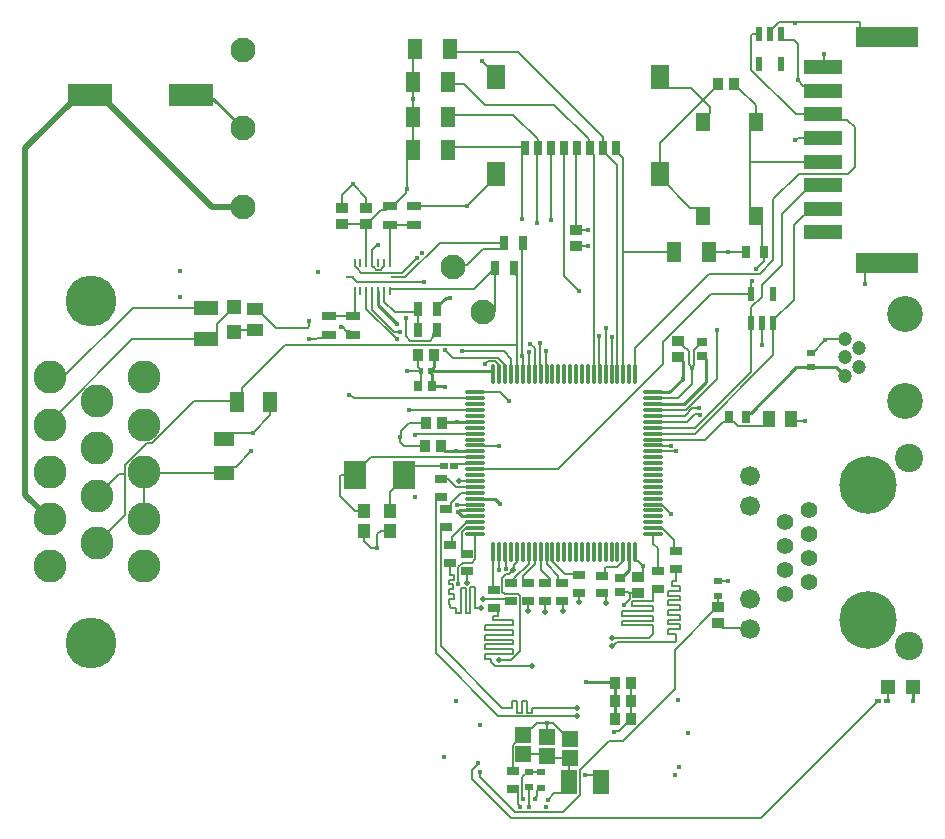
<source format=gtl>
G04*
G04 #@! TF.GenerationSoftware,Altium Limited,Altium Designer,23.5.1 (21)*
G04*
G04 Layer_Physical_Order=1*
G04 Layer_Color=255*
%FSLAX25Y25*%
%MOIN*%
G70*
G04*
G04 #@! TF.SameCoordinates,80D67788-F2EE-4A8B-BDA7-D5AA6EA99E9C*
G04*
G04*
G04 #@! TF.FilePolarity,Positive*
G04*
G01*
G75*
%ADD10C,0.00984*%
%ADD17C,0.01000*%
%ADD19R,0.03937X0.02953*%
%ADD20R,0.02985X0.03197*%
%ADD21O,0.07087X0.01181*%
%ADD22O,0.01181X0.07087*%
%ADD23R,0.03543X0.03937*%
%ADD24R,0.01575X0.01968*%
%ADD25R,0.03937X0.03543*%
%ADD26R,0.03150X0.04921*%
%ADD27R,0.04921X0.03150*%
%ADD28R,0.00984X0.02657*%
%ADD29R,0.02657X0.00984*%
%ADD30R,0.05315X0.03937*%
%ADD31R,0.08000X0.04500*%
%ADD32R,0.04724X0.04724*%
%ADD33R,0.06922X0.04551*%
%ADD34R,0.04551X0.06922*%
%ADD35R,0.07480X0.09449*%
%ADD36R,0.04331X0.04921*%
%ADD37R,0.02559X0.02362*%
%ADD38R,0.05591X0.08386*%
%ADD39R,0.05709X0.05315*%
%ADD40R,0.02165X0.01772*%
%ADD41R,0.04724X0.04724*%
%ADD42R,0.04134X0.03543*%
%ADD43R,0.03543X0.02953*%
%ADD44R,0.03963X0.05544*%
%ADD45R,0.02362X0.04528*%
%ADD46R,0.04528X0.07087*%
%ADD47R,0.03150X0.03937*%
%ADD48R,0.20866X0.06693*%
%ADD49R,0.12598X0.04724*%
%ADD50R,0.05118X0.06102*%
%ADD51R,0.03150X0.04724*%
%ADD52R,0.05906X0.07874*%
%ADD53R,0.14961X0.07677*%
%ADD54R,0.03150X0.02362*%
%ADD71R,0.03150X0.02165*%
%ADD89C,0.01968*%
%ADD90C,0.00600*%
%ADD91C,0.11024*%
%ADD92C,0.16929*%
%ADD93C,0.08268*%
%ADD94C,0.05512*%
%ADD95C,0.06614*%
%ADD96C,0.09449*%
%ADD97C,0.19193*%
%ADD98C,0.11957*%
%ADD99C,0.04724*%
%ADD100C,0.01772*%
%ADD101C,0.02000*%
D10*
X159898Y471500D02*
X166000D01*
X158563Y472835D02*
X159898Y471500D01*
X166000D02*
X175800Y461700D01*
X156511Y470783D02*
X158563Y472835D01*
D17*
X245629Y353937D02*
X253276D01*
X245435Y354132D02*
X245629Y353937D01*
X247345Y363745D02*
X253241D01*
X247300Y363700D02*
X247345Y363745D01*
X242558Y363700D02*
X247300D01*
X312724Y373622D02*
X318022D01*
X304654Y314421D02*
Y320276D01*
X301995Y311762D02*
X304654Y314421D01*
X238375Y380700D02*
X259294D01*
X248161Y334252D02*
X253276D01*
Y338189D02*
X259873D01*
X330272Y376933D02*
Y384661D01*
X329000Y385638D02*
X329295D01*
X330272Y384661D01*
X248882Y332318D02*
X253241D01*
X247414Y333786D02*
X248882Y332318D01*
X253241Y363745D02*
X253276Y363779D01*
X259294Y380700D02*
X259378Y380616D01*
Y379724D02*
Y380616D01*
X253241Y332318D02*
X253276Y332283D01*
X312724Y369685D02*
X323024D01*
X330272Y376933D01*
X247414Y333786D02*
Y333800D01*
X259873Y338189D02*
X261561Y336500D01*
X247709Y333800D02*
X248161Y334252D01*
X247500Y333800D02*
X247709D01*
X301700Y311762D02*
X301995D01*
X322600Y378200D02*
X322600D01*
X318022Y373622D02*
X322600Y378200D01*
X241858Y355403D02*
Y355600D01*
Y355403D02*
X243129Y354132D01*
X245435D01*
X242357Y363500D02*
X242558Y363700D01*
X399100Y275336D02*
X399164Y275400D01*
X399100Y270700D02*
Y275336D01*
X299743Y277100D02*
X299942Y276900D01*
X290400Y277100D02*
X299743D01*
X299942Y270900D02*
Y276900D01*
X299985Y264900D02*
Y270858D01*
X299942Y270900D02*
X299985Y270858D01*
X243100Y375600D02*
X243200Y375500D01*
X239069Y375600D02*
X243100D01*
X239069D02*
Y379809D01*
X238375Y380503D02*
X239069Y379809D01*
X239458Y381979D02*
Y386100D01*
X238375Y380897D02*
X239458Y381979D01*
X238375Y380700D02*
Y380897D01*
Y380503D02*
Y380700D01*
X322468Y378331D02*
X322600Y378200D01*
X322468Y378331D02*
Y384071D01*
X321000Y385343D02*
X321197D01*
X322468Y384071D01*
X360192Y381939D02*
X365300D01*
X345121Y366868D02*
X360192Y381939D01*
X365300D02*
X373587D01*
X376576Y378951D01*
X344728Y366868D02*
X345121D01*
X343653Y365794D02*
X344728Y366868D01*
X343653Y365400D02*
Y365794D01*
X220969Y402632D02*
Y407413D01*
Y402632D02*
X227100Y396500D01*
X240650Y401500D02*
Y402386D01*
X243464Y405200D01*
X245000D01*
D19*
X282400Y309953D02*
D03*
Y304047D02*
D03*
X241900Y338847D02*
D03*
Y344753D02*
D03*
X243500Y328747D02*
D03*
Y334653D02*
D03*
X244800Y322653D02*
D03*
Y316747D02*
D03*
X250600Y319853D02*
D03*
Y313947D02*
D03*
X265900Y241347D02*
D03*
Y247253D02*
D03*
X259700Y301847D02*
D03*
Y307753D02*
D03*
X265200Y310053D02*
D03*
Y304147D02*
D03*
X270800Y304047D02*
D03*
Y309953D02*
D03*
X276600D02*
D03*
Y304047D02*
D03*
X288000Y312653D02*
D03*
Y306747D02*
D03*
X295500Y312553D02*
D03*
Y306647D02*
D03*
X314200Y308147D02*
D03*
Y314053D02*
D03*
X320100Y320653D02*
D03*
Y314747D02*
D03*
D20*
X239069Y375600D02*
D03*
X234132D02*
D03*
D21*
X253276Y373622D02*
D03*
Y371654D02*
D03*
Y369685D02*
D03*
Y367717D02*
D03*
Y365748D02*
D03*
Y363779D02*
D03*
Y361811D02*
D03*
Y359842D02*
D03*
Y357874D02*
D03*
Y355906D02*
D03*
Y353937D02*
D03*
Y351969D02*
D03*
Y350000D02*
D03*
Y348031D02*
D03*
Y346063D02*
D03*
Y344094D02*
D03*
Y342126D02*
D03*
Y340158D02*
D03*
Y338189D02*
D03*
Y336221D02*
D03*
Y334252D02*
D03*
Y332283D02*
D03*
Y330315D02*
D03*
Y328346D02*
D03*
Y326378D02*
D03*
X312724D02*
D03*
Y328346D02*
D03*
Y330315D02*
D03*
Y332283D02*
D03*
Y334252D02*
D03*
Y336221D02*
D03*
Y338189D02*
D03*
Y340158D02*
D03*
Y342126D02*
D03*
Y344094D02*
D03*
Y346063D02*
D03*
Y348031D02*
D03*
Y350000D02*
D03*
Y351969D02*
D03*
Y353937D02*
D03*
Y355906D02*
D03*
Y357874D02*
D03*
Y359842D02*
D03*
Y361811D02*
D03*
Y363779D02*
D03*
Y365748D02*
D03*
Y367717D02*
D03*
Y369685D02*
D03*
Y371654D02*
D03*
Y373622D02*
D03*
D22*
X259378Y320276D02*
D03*
X261347D02*
D03*
X263315D02*
D03*
X265283D02*
D03*
X267252D02*
D03*
X269220D02*
D03*
X271189D02*
D03*
X273158D02*
D03*
X275126D02*
D03*
X277095D02*
D03*
X279063D02*
D03*
X281031D02*
D03*
X283000D02*
D03*
X284968D02*
D03*
X286937D02*
D03*
X288906D02*
D03*
X290874D02*
D03*
X292843D02*
D03*
X294811D02*
D03*
X296779D02*
D03*
X298748D02*
D03*
X300716D02*
D03*
X302685D02*
D03*
X304654D02*
D03*
X306622D02*
D03*
Y379724D02*
D03*
X304654D02*
D03*
X302685D02*
D03*
X300716D02*
D03*
X298748D02*
D03*
X296779D02*
D03*
X294811D02*
D03*
X292843D02*
D03*
X290874D02*
D03*
X288906D02*
D03*
X286937D02*
D03*
X284968D02*
D03*
X283000D02*
D03*
X281031D02*
D03*
X279063D02*
D03*
X277095D02*
D03*
X275126D02*
D03*
X273158D02*
D03*
X271189D02*
D03*
X269220D02*
D03*
X267252D02*
D03*
X265283D02*
D03*
X263315D02*
D03*
X261347D02*
D03*
X259378D02*
D03*
D23*
X241858Y355600D02*
D03*
X236543D02*
D03*
X242357Y363500D02*
D03*
X237042D02*
D03*
X234142Y386100D02*
D03*
X239458D02*
D03*
X339657Y476500D02*
D03*
X334343D02*
D03*
X305258Y276900D02*
D03*
X299942D02*
D03*
Y270900D02*
D03*
X305258D02*
D03*
X299985Y264900D02*
D03*
X305300D02*
D03*
D24*
X235225Y380700D02*
D03*
X238375D02*
D03*
D25*
X287000Y427572D02*
D03*
Y422258D02*
D03*
X217000Y429685D02*
D03*
Y435000D02*
D03*
X209000Y429843D02*
D03*
Y435157D02*
D03*
X307700Y312057D02*
D03*
Y306743D02*
D03*
X321000Y385343D02*
D03*
Y390657D02*
D03*
D26*
X234350Y401500D02*
D03*
X240650D02*
D03*
X259850Y415000D02*
D03*
X266150D02*
D03*
X269150Y423500D02*
D03*
X262850D02*
D03*
X240450Y394400D02*
D03*
X234150D02*
D03*
D27*
X233000Y435650D02*
D03*
Y429350D02*
D03*
X225000D02*
D03*
Y435650D02*
D03*
X212500Y399150D02*
D03*
Y392850D02*
D03*
X204500Y399150D02*
D03*
Y392850D02*
D03*
D28*
X213094Y416587D02*
D03*
X215063D02*
D03*
X217032D02*
D03*
X219000D02*
D03*
X220969D02*
D03*
X222937D02*
D03*
X224905D02*
D03*
Y407413D02*
D03*
X222937D02*
D03*
X220969D02*
D03*
X219000D02*
D03*
X217032D02*
D03*
X215063D02*
D03*
X213094D02*
D03*
D29*
X226539Y412000D02*
D03*
X211461D02*
D03*
D30*
X180039Y394413D02*
D03*
Y401500D02*
D03*
D31*
X163539Y391250D02*
D03*
Y401750D02*
D03*
D32*
X173039Y393823D02*
D03*
Y402091D02*
D03*
D33*
X169500Y346885D02*
D03*
Y358115D02*
D03*
D34*
X185000Y370500D02*
D03*
X173771D02*
D03*
D35*
X229471Y346000D02*
D03*
X213329D02*
D03*
D36*
X216400Y334146D02*
D03*
Y327453D02*
D03*
X224900Y334146D02*
D03*
Y327453D02*
D03*
D37*
X243027Y349200D02*
D03*
X246373D02*
D03*
D38*
X284685Y243800D02*
D03*
X295315D02*
D03*
D39*
X269300Y252950D02*
D03*
Y259250D02*
D03*
X277300Y252350D02*
D03*
Y258650D02*
D03*
X284900Y251850D02*
D03*
Y258150D02*
D03*
D40*
X387624Y270800D02*
D03*
X390576D02*
D03*
D41*
X390896Y275400D02*
D03*
X399164D02*
D03*
D42*
X334300Y296642D02*
D03*
Y301958D02*
D03*
D43*
X301700Y307038D02*
D03*
Y311762D02*
D03*
X329000Y390362D02*
D03*
Y385638D02*
D03*
D44*
X351156Y364800D02*
D03*
X358644D02*
D03*
D45*
X345260Y406421D02*
D03*
X352740D02*
D03*
Y396579D02*
D03*
X349000D02*
D03*
X345260D02*
D03*
X355240Y483079D02*
D03*
X347760D02*
D03*
Y492921D02*
D03*
X351500D02*
D03*
X355240D02*
D03*
D46*
X319693Y420500D02*
D03*
X331307D02*
D03*
X232693Y454500D02*
D03*
X244307D02*
D03*
X232693Y465500D02*
D03*
X244307D02*
D03*
Y477000D02*
D03*
X232693D02*
D03*
X244807Y488000D02*
D03*
X233193D02*
D03*
D47*
X343547Y420500D02*
D03*
X349453D02*
D03*
X337747Y365400D02*
D03*
X343653D02*
D03*
D48*
X390677Y416902D02*
D03*
Y492098D02*
D03*
D49*
X369102Y426941D02*
D03*
Y434815D02*
D03*
Y442689D02*
D03*
Y450563D02*
D03*
Y458437D02*
D03*
Y466311D02*
D03*
Y474185D02*
D03*
Y482059D02*
D03*
D50*
X346858Y463650D02*
D03*
Y432350D02*
D03*
X329142Y463650D02*
D03*
Y432350D02*
D03*
D51*
X300161Y455000D02*
D03*
X295831D02*
D03*
X291500D02*
D03*
X287169D02*
D03*
X282839D02*
D03*
X278508D02*
D03*
X274177D02*
D03*
X269847D02*
D03*
D52*
X260122Y446339D02*
D03*
X314807D02*
D03*
Y478622D02*
D03*
X260122D02*
D03*
D53*
X124902Y472835D02*
D03*
X158563D02*
D03*
D54*
X334100Y305641D02*
D03*
Y310759D02*
D03*
X275200Y246959D02*
D03*
Y241841D02*
D03*
X271200Y247159D02*
D03*
Y242041D02*
D03*
D71*
X365300Y381939D02*
D03*
Y386861D02*
D03*
D89*
X128543Y472835D02*
X131398Y469980D01*
X165681Y435500D02*
X175800D01*
X131398Y469783D02*
Y469980D01*
X121260Y472835D02*
X128543D01*
X131398Y469783D02*
X165681Y435500D01*
X103400Y339448D02*
Y454975D01*
X121260Y472835D01*
X103400Y339448D02*
X111500Y331348D01*
D90*
X283380Y313005D02*
X287647D01*
X288000Y312653D01*
X279063Y317323D02*
Y320276D01*
Y317323D02*
X283380Y313005D01*
X288000Y303800D02*
Y306747D01*
X359612Y429512D02*
X362853Y432753D01*
X359612Y404533D02*
Y429512D01*
X367040Y432753D02*
X369102Y434815D01*
X362853Y432753D02*
X367040D01*
X354496Y497000D02*
X359800D01*
X359900Y496900D01*
X360000Y497000D01*
X381189D01*
X369102Y482059D02*
X369600Y482557D01*
Y486300D01*
X360954Y458437D02*
X369102D01*
X360317Y457800D02*
X360954Y458437D01*
X360000Y457800D02*
X360317D01*
X355432Y416032D02*
Y432955D01*
X365165Y442689D01*
X369102D01*
X348800Y409400D02*
X355432Y416032D01*
X348800Y405527D02*
Y409400D01*
X345260Y401986D02*
X348800Y405527D01*
X345260Y396579D02*
Y401986D01*
X362626Y475874D02*
X367413D01*
X369102Y474185D01*
X360862Y477638D02*
X362626Y475874D01*
X352740Y397661D02*
X359612Y404533D01*
X352740Y396579D02*
Y397661D01*
X345679Y492921D02*
X347760D01*
X345327Y492570D02*
X345679Y492921D01*
X345327Y481076D02*
Y492570D01*
Y481076D02*
X360093Y466311D01*
X369102D01*
X381567Y495145D02*
Y496622D01*
Y495145D02*
X384613Y492098D01*
X390677D01*
X381189Y497000D02*
X381567Y496622D01*
X371163Y464250D02*
X377600D01*
X369102Y466311D02*
X371163Y464250D01*
X377600D02*
X377602Y464249D01*
Y464198D02*
Y464249D01*
Y464198D02*
X379800Y462000D01*
Y448700D02*
Y462000D01*
X377600Y446500D02*
X379800Y448700D01*
X361200Y446500D02*
X377600D01*
X352700Y438000D02*
X361200Y446500D01*
X352700Y417600D02*
Y438000D01*
X348100Y413000D02*
X352700Y417600D01*
X331300Y413000D02*
X348100D01*
X306622Y388322D02*
X331300Y413000D01*
X306622Y379724D02*
Y388322D01*
X344921Y450563D02*
X369102D01*
X344858Y450500D02*
X344921Y450563D01*
X383300Y409800D02*
Y413855D01*
X386347Y416902D01*
X390677D01*
X360862Y477638D02*
Y489746D01*
X359651Y490957D02*
X360862Y489746D01*
X356121Y490957D02*
X359651D01*
X218468Y351969D02*
X253276D01*
X213329Y346000D02*
Y346984D01*
X216769Y350424D01*
X216924D01*
X218468Y351969D01*
X208689Y346000D02*
X213329D01*
X208337Y345649D02*
X208689Y346000D01*
X208337Y339144D02*
Y345649D01*
Y339144D02*
X213335Y334146D01*
X216400D01*
X229471Y345016D02*
Y346000D01*
X224900Y340445D02*
X229471Y345016D01*
X224900Y334146D02*
Y340445D01*
X218593Y321900D02*
X220700D01*
X216400Y324093D02*
X218593Y321900D01*
X216400Y324093D02*
Y327453D01*
X220700Y321900D02*
Y326319D01*
X221835Y327453D01*
X224900D01*
X232671Y349200D02*
X243027D01*
X229471Y346000D02*
X232671Y349200D01*
X247054Y349881D02*
X249793D01*
X246373Y349200D02*
X247054Y349881D01*
X253164Y349889D02*
X253276Y350000D01*
X249801Y349889D02*
X253164D01*
X249793Y349881D02*
X249801Y349889D01*
X253276Y355906D02*
X253278Y355903D01*
X261197D01*
X261200Y355900D01*
X324500Y383000D02*
X325700Y381800D01*
X312759Y365714D02*
X323128D01*
X312724Y365748D02*
X312759Y365714D01*
X323128D02*
X325666Y368252D01*
X312724Y363779D02*
X312759Y363814D01*
X323915D01*
X325666Y368252D02*
X327592D01*
X294700Y379836D02*
Y392329D01*
X253276Y318093D02*
Y326378D01*
X273158Y316258D02*
Y320276D01*
X269400Y310929D02*
X270376Y309953D01*
X270800D01*
X269400Y310929D02*
Y312500D01*
X273158Y316258D01*
X277129Y316271D02*
Y320241D01*
X280931Y310929D02*
X281908Y309953D01*
X280931Y310929D02*
Y312469D01*
X277129Y316271D02*
X280931Y312469D01*
X269110Y379835D02*
Y385590D01*
X269000Y385700D02*
X269110Y385590D01*
X253276Y373622D02*
X253387Y373511D01*
X312727Y355903D02*
X318511D01*
X312724Y355906D02*
X312727Y355903D01*
X312724Y359842D02*
X326642D01*
X306891Y317496D02*
X307704D01*
X306622Y317765D02*
Y320276D01*
Y317765D02*
X306891Y317496D01*
X247460Y336160D02*
X253215D01*
X247400Y336100D02*
X247460Y336160D01*
X233487Y359731D02*
X253164D01*
X312756Y353969D02*
X320168D01*
X312724Y353937D02*
X312756Y353969D01*
X312724Y371654D02*
X320953D01*
X271294Y379830D02*
Y386995D01*
X271400Y387100D01*
X256700Y383200D02*
X257468Y383968D01*
X312724Y361811D02*
X326711D01*
X323716Y367717D02*
X334000Y378000D01*
Y394500D01*
X212764Y371654D02*
X253276D01*
X300519Y315300D02*
X302685Y317466D01*
X297056Y315300D02*
X300519D01*
X261323Y314423D02*
Y320252D01*
X261300Y314400D02*
X261323Y314423D01*
X265283Y379724D02*
Y384817D01*
X248800Y387300D02*
X262800D01*
X265283Y384817D01*
X296890Y379835D02*
Y394890D01*
X259378Y308075D02*
Y320276D01*
X298859Y379836D02*
Y391859D01*
X299000Y392000D01*
X247842Y344052D02*
X253234D01*
X247800Y344010D02*
X247842Y344052D01*
X300716Y379724D02*
Y449327D01*
X275063Y379787D02*
Y389937D01*
X275000Y390000D02*
X275063Y389937D01*
X277047Y379772D02*
Y387453D01*
X277000Y387500D02*
X277047Y387453D01*
X245592Y325441D02*
X250466Y330315D01*
X244800Y322653D02*
X245592Y323445D01*
Y325441D01*
X266268Y311721D02*
X271078Y316531D01*
X266268Y311121D02*
Y311721D01*
X265200Y310053D02*
X266268Y311121D01*
X292843Y379724D02*
Y452870D01*
X312724Y328346D02*
X315677D01*
X319686Y324338D01*
X232037Y367717D02*
X253276D01*
X267252Y379724D02*
Y389500D01*
X281031Y348031D02*
X316000Y383000D01*
Y390388D01*
X332034Y406421D01*
X302685Y379724D02*
Y420185D01*
X312724Y336221D02*
X315628D01*
X318700Y333149D01*
X271700Y389800D02*
X273158Y388342D01*
X249032Y321029D02*
Y327056D01*
X250209Y319853D02*
X250600D01*
X249032Y321029D02*
X250209Y319853D01*
X244246Y344900D02*
X247020Y342126D01*
X241900Y344753D02*
X242047Y344900D01*
X244246D01*
X263426Y314949D02*
Y320164D01*
X263315Y320276D02*
X263426Y320164D01*
Y314949D02*
X263560Y314815D01*
X312724Y323179D02*
Y326378D01*
X266286Y316199D02*
X267252Y317166D01*
Y320276D01*
X266286Y314833D02*
Y316199D01*
X266018Y314565D02*
X266286Y314833D01*
X245764Y385136D02*
X260857D01*
X243200Y387700D02*
X245764Y385136D01*
X248505Y340158D02*
X253276D01*
X245521Y337174D02*
X248505Y340158D01*
X275161Y314539D02*
Y320241D01*
X276600Y309953D02*
X277092D01*
X278068Y310929D01*
Y311368D02*
X278200Y311500D01*
X278068Y310929D02*
Y311368D01*
X275161Y314539D02*
X278200Y311500D01*
X312724Y357874D02*
X329923D01*
X253276Y348031D02*
X281031D01*
X294700Y379836D02*
X294811Y379724D01*
X271078Y316531D02*
Y320164D01*
X271189Y320276D01*
X250466Y330315D02*
X253276D01*
X271189Y379724D02*
X271294Y379830D01*
X253215Y336160D02*
X253276Y336221D01*
X302685Y317466D02*
Y320276D01*
X277095D02*
X277129Y320241D01*
X269110Y379835D02*
X269220Y379724D01*
X253164Y359731D02*
X253276Y359842D01*
X257468Y383968D02*
X260056D01*
X261347Y382677D01*
Y379724D02*
Y382677D01*
X247020Y342126D02*
X253276D01*
X275063Y379787D02*
X275126Y379724D01*
X273158D02*
Y388342D01*
X312724Y367717D02*
X323716D01*
X261323Y320252D02*
X261347Y320276D01*
X260857Y385136D02*
X263315Y382677D01*
Y379724D02*
Y382677D01*
X296779Y379724D02*
X296890Y379835D01*
X298748Y379724D02*
X298859Y379836D01*
X253234Y344052D02*
X253276Y344094D01*
X277047Y379772D02*
X277095Y379724D01*
X249032Y327056D02*
X250323Y328346D01*
X253276D01*
X275126Y320276D02*
X275161Y320241D01*
X337944Y364809D02*
Y365203D01*
X336472Y363741D02*
X337747Y365016D01*
X335790Y363741D02*
X336472D01*
X329923Y357874D02*
X335790Y363741D01*
X245513Y337174D02*
X245521D01*
X245168Y336829D02*
X245513Y337174D01*
X245168Y335829D02*
Y336829D01*
X243992Y334653D02*
X245168Y335829D01*
X243500Y334653D02*
X243992D01*
X312724Y323179D02*
X314200Y321704D01*
Y314053D02*
Y321704D01*
X318700Y333100D02*
Y333149D01*
X332034Y406421D02*
X345260D01*
X231978Y367776D02*
X232037Y367717D01*
X231324Y367776D02*
X231978D01*
X319686Y321067D02*
X320100Y320653D01*
X319686Y321067D02*
Y324338D01*
X291500Y454213D02*
Y455000D01*
Y454213D02*
X292843Y452870D01*
X295831Y454213D02*
X300716Y449327D01*
X259378Y308075D02*
X259700Y307753D01*
X296890Y394890D02*
X297000Y395000D01*
X296704Y314949D02*
X297056Y315300D01*
X296704Y313729D02*
Y314949D01*
X295528Y312553D02*
X296704Y313729D01*
X295500Y312553D02*
X295528D01*
X211717Y372700D02*
X212764Y371654D01*
X211400Y372700D02*
X211717D01*
X345260Y380360D02*
Y396579D01*
X326711Y361811D02*
X345260Y380360D01*
X325700Y376400D02*
Y381800D01*
X320953Y371654D02*
X325700Y376400D01*
X320168Y353969D02*
X320200Y354000D01*
X233300Y359545D02*
X233487Y359731D01*
X261578Y373622D02*
X264550Y370650D01*
X253276Y373622D02*
X261578D01*
X307704Y317496D02*
X309300Y315900D01*
X352740Y385940D02*
Y396579D01*
X326642Y359842D02*
X352740Y385940D01*
X318511Y355903D02*
X318514Y355900D01*
X281908Y309953D02*
X282400D01*
X252086Y316903D02*
X253276Y318093D01*
X249121Y316903D02*
X252086D01*
X247468Y315251D02*
X249121Y316903D01*
X247468Y309714D02*
Y315251D01*
X247454Y309700D02*
X247468Y309714D01*
X294528Y392500D02*
X294700Y392329D01*
X328176Y366324D02*
X328400Y366100D01*
X327490Y366324D02*
X328176D01*
X327463Y366352D02*
X327490Y366324D01*
X326453Y366352D02*
X327463D01*
X323915Y363814D02*
X326453Y366352D01*
X327592Y368252D02*
X327770Y368430D01*
X262368Y307132D02*
Y311656D01*
X263675Y312963D01*
X264415D01*
X266018Y314565D01*
X262368Y307132D02*
X263176Y306324D01*
X269000Y385700D02*
Y423350D01*
X136495Y349380D02*
X143747Y356632D01*
X145569D01*
X159551Y370615D01*
X136495Y346400D02*
Y349380D01*
X111500Y363755D02*
X138995Y391250D01*
X127248Y323474D02*
X136495Y332721D01*
X115689Y378244D02*
X139195Y401750D01*
X163539D01*
X127248Y339222D02*
X134426Y346400D01*
X136495D01*
X146035Y346748D02*
X169362D01*
X142996Y331348D02*
Y343709D01*
X146035Y346748D01*
X111500Y362844D02*
Y363755D01*
X114539Y378244D02*
X115689D01*
X136495Y332721D02*
Y346400D01*
X138995Y391250D02*
X163539D01*
X233800Y418300D02*
Y418400D01*
X229058Y413558D02*
X233800Y418300D01*
X159551Y370615D02*
X173656D01*
X163539Y391250D02*
X165289D01*
X169362Y346748D02*
X171362Y348747D01*
X228400Y356917D02*
Y358900D01*
Y356917D02*
X229717Y355600D01*
X228400Y358900D02*
X228624Y359124D01*
Y360624D01*
X231303Y363303D01*
X229717Y355600D02*
X236543D01*
X236846Y363303D02*
X237042Y363500D01*
X231303Y363303D02*
X236846D01*
X268200Y235486D02*
Y235803D01*
X265900Y241347D02*
X266392D01*
X267568Y240171D01*
Y236434D02*
Y240171D01*
Y236434D02*
X268200Y235803D01*
X271400Y235486D02*
Y241841D01*
X271200Y242041D02*
X271400Y241841D01*
X365792Y386861D02*
X369576Y390644D01*
Y390976D01*
X376401Y391375D02*
X376576Y391550D01*
X369975Y391375D02*
X376401D01*
X369576Y390976D02*
X369975Y391375D01*
X232693Y477000D02*
Y487500D01*
Y471250D02*
Y477000D01*
X244807Y487000D02*
X267500D01*
X232693Y487500D02*
X233193Y488000D01*
X244807Y487000D02*
Y488000D01*
X267500Y487000D02*
X295831Y458669D01*
Y454213D02*
Y458669D01*
X255600Y484100D02*
X255628D01*
X260122Y479606D01*
X232693Y465500D02*
Y471250D01*
X334300Y296642D02*
X335772Y295171D01*
X344544D01*
X344815Y294900D01*
X215281Y413558D02*
X229058D01*
X230000Y412000D02*
X241500Y423500D01*
X262850D01*
X226539Y412000D02*
X230000D01*
X329142Y432350D02*
Y432842D01*
X326883Y435102D02*
X329142Y432842D01*
X325060Y435102D02*
X326883D01*
X314807Y445354D02*
X325060Y435102D01*
X314807Y445354D02*
Y446339D01*
X288180Y247680D02*
X297800Y257300D01*
X288180Y239317D02*
Y247680D01*
X282663Y233800D02*
X288180Y239317D01*
X289900Y246100D02*
X293015D01*
X252200Y247658D02*
X254136Y249593D01*
X252200Y244900D02*
X265400Y231700D01*
X252200Y244900D02*
Y247658D01*
X265400Y231700D02*
X348524D01*
X386841Y270017D01*
X387427Y270800D02*
X387624D01*
X386841Y270214D02*
X387427Y270800D01*
X386841Y270017D02*
Y270214D01*
X254136Y249593D02*
Y249910D01*
X390896Y271120D02*
Y275400D01*
X390576Y270800D02*
X390896Y271120D01*
X255024Y245276D02*
Y246976D01*
X266500Y233800D02*
X282663D01*
X255024Y245276D02*
X266500Y233800D01*
X297800Y257300D02*
X302430D01*
X319947Y274817D01*
X293015Y246100D02*
X295315Y243800D01*
X254800Y247200D02*
X255024Y246976D01*
X319947Y274817D02*
Y287900D01*
X334005Y301958D01*
X334300D01*
X334141Y310800D02*
X337600D01*
X334100Y302157D02*
Y305641D01*
X319748Y290300D02*
X320100Y290651D01*
X300454Y290300D02*
X319748D01*
X320100Y290651D02*
Y292800D01*
X299700Y260500D02*
X299924Y260724D01*
X301321D01*
X210339Y394125D02*
X211225D01*
X209189Y395276D02*
X210339Y394125D01*
X208724Y395276D02*
X209189D01*
X208500Y395500D02*
X208724Y395276D01*
X211225Y394125D02*
X212500Y392850D01*
X277500Y237800D02*
X279607Y239907D01*
X282190D02*
X284685Y242402D01*
X279607Y239907D02*
X282190D01*
X284685Y242402D02*
Y243800D01*
X169500Y358115D02*
X171476Y360090D01*
X171652Y359914D02*
X179090D01*
X171476Y360090D02*
X171652Y359914D01*
X173448Y348747D02*
X178661Y353961D01*
X171362Y348747D02*
X173448D01*
X263176Y306324D02*
X267458D01*
X255800Y304800D02*
X264547D01*
X265200Y304147D01*
X268100Y287242D02*
Y305682D01*
X267458Y306324D02*
X268100Y305682D01*
X265336Y284478D02*
X268100Y287242D01*
X261212Y284478D02*
X265336D01*
X258732Y283668D02*
Y284473D01*
X260055Y282345D02*
X272113D01*
X258732Y283668D02*
X260055Y282345D01*
X260979Y299173D02*
Y299565D01*
X259365Y299173D02*
X260979D01*
X259365Y297573D02*
Y299173D01*
Y297573D02*
X265818D01*
Y295973D02*
Y297573D01*
X256429Y295973D02*
X265818D01*
X256429Y294373D02*
Y295973D01*
Y294373D02*
X265818D01*
Y292773D02*
Y294373D01*
X256429Y292773D02*
X265818D01*
X256429Y291173D02*
Y292773D01*
Y291173D02*
X265818D01*
Y289573D02*
Y291173D01*
X256429Y289573D02*
X265818D01*
X256429Y287973D02*
Y289573D01*
Y287973D02*
X265818D01*
Y286373D02*
Y287973D01*
X256429Y286373D02*
X265818D01*
X256429Y284773D02*
Y286373D01*
Y284773D02*
X258732D01*
Y284473D02*
Y284773D01*
X260979Y299565D02*
Y301060D01*
X270800Y300700D02*
Y304047D01*
X260192Y301847D02*
X260979Y301060D01*
X320100Y310700D02*
Y313100D01*
X318789Y310700D02*
X320100D01*
X318789Y309100D02*
Y310700D01*
Y309100D02*
X321600D01*
Y307500D02*
Y309100D01*
X317665Y307500D02*
X321600D01*
X317665Y305900D02*
Y307500D01*
Y305900D02*
X321600D01*
Y304300D02*
Y305900D01*
X317665Y304300D02*
X321600D01*
X317665Y302700D02*
Y304300D01*
Y302700D02*
X321600D01*
Y301100D02*
Y302700D01*
X317665Y301100D02*
X321600D01*
X317665Y299500D02*
Y301100D01*
Y299500D02*
X321600D01*
Y297900D02*
Y299500D01*
X317665Y297900D02*
X321600D01*
X317665Y296300D02*
Y297900D01*
Y296300D02*
X321600D01*
Y294700D02*
Y296300D01*
X317665Y294700D02*
X321600D01*
X317665Y293100D02*
Y294700D01*
Y293100D02*
X320100D01*
Y292800D02*
Y293100D01*
Y313100D02*
Y314747D01*
X312531Y305552D02*
Y306678D01*
Y305552D02*
X312547D01*
Y303952D02*
Y305552D01*
X305466Y303952D02*
X312547D01*
X305466Y302352D02*
Y303952D01*
Y302352D02*
X312547D01*
Y300752D02*
Y302352D01*
X302196Y300752D02*
X312547D01*
X302196Y299152D02*
Y300752D01*
Y299152D02*
X312547D01*
Y297552D02*
Y299152D01*
X302196Y297552D02*
X312547D01*
X302196Y295952D02*
Y297552D01*
Y295952D02*
X312531D01*
Y295652D02*
Y295952D01*
Y292932D02*
Y295652D01*
X299000Y291700D02*
X311300D01*
X312531Y292932D01*
Y306678D02*
Y306971D01*
X313708Y308147D01*
X314200D01*
X262316Y268384D02*
X263200D01*
X241753Y288947D02*
Y306743D01*
Y288947D02*
X262316Y268384D01*
X263200D02*
X264103D01*
Y268376D02*
Y268384D01*
Y268376D02*
X265703D01*
Y270580D01*
X267303D01*
Y266884D02*
Y270580D01*
Y266884D02*
X268903D01*
Y270580D01*
X270503D01*
Y266884D02*
Y270580D01*
Y266884D02*
X272103D01*
Y268384D01*
X272403D01*
X287300D01*
X240200Y286578D02*
X260978Y265800D01*
X240200Y286578D02*
Y337147D01*
X241408Y338847D02*
X241900D01*
X240231Y337671D02*
X241408Y338847D01*
X240231Y337179D02*
Y337671D01*
X240200Y337147D02*
X240231Y337179D01*
X245151Y301700D02*
X246884D01*
Y300004D02*
Y301700D01*
Y300004D02*
X248484D01*
Y308316D01*
X250084D01*
Y300004D02*
Y308316D01*
Y300004D02*
X251684D01*
Y308619D01*
X253284D01*
Y301700D02*
Y308619D01*
Y301700D02*
X255184D01*
X244800Y302051D02*
X245151Y301700D01*
X244800Y302051D02*
Y302936D01*
Y312836D02*
Y315731D01*
Y312836D02*
X246300D01*
Y311236D02*
Y312836D01*
X244497Y311236D02*
X246300D01*
X244497Y309636D02*
Y311236D01*
Y309636D02*
X245768D01*
Y308036D02*
Y309636D01*
X244497Y308036D02*
X245768D01*
X244497Y306436D02*
Y308036D01*
Y306436D02*
X246300D01*
Y304836D02*
Y306436D01*
X244497Y304836D02*
X246300D01*
X244497Y303236D02*
Y304836D01*
Y303236D02*
X244800D01*
Y302936D02*
Y303236D01*
Y315731D02*
Y316747D01*
X250600Y310200D02*
Y313947D01*
X299016Y289051D02*
X299205D01*
X300454Y290300D01*
X296800Y303500D02*
Y305471D01*
X269300Y238000D02*
Y238317D01*
X273361Y238039D02*
Y238337D01*
X260978Y265800D02*
X287300D01*
X273361Y238337D02*
X274000Y238976D01*
X268925Y238692D02*
X269300Y238317D01*
X301321Y260724D02*
X305300Y264703D01*
X303000Y302900D02*
X304832Y304731D01*
Y306578D01*
X314200Y308147D02*
X315000Y307347D01*
X259700Y301847D02*
X260192D01*
X276632Y300484D02*
Y304015D01*
X276600Y304047D02*
X276632Y304015D01*
X241831Y327079D02*
Y327571D01*
X241761Y327008D02*
X241831Y327079D01*
X241753Y306743D02*
X241761Y306751D01*
X241831Y327571D02*
X243008Y328747D01*
X243500D01*
X241761Y306751D02*
Y327008D01*
X295500Y306647D02*
X295624D01*
X296800Y305471D01*
X309300Y313529D02*
Y315900D01*
X307700Y312057D02*
X307828D01*
X309300Y313529D01*
X304667Y306743D02*
X307700D01*
X301700Y307038D02*
X304200D01*
X304372D02*
X304832Y306578D01*
X284685Y243800D02*
Y251635D01*
X284900Y251850D01*
X305300Y264703D02*
Y264900D01*
X305258Y270900D02*
Y276900D01*
X305300Y264900D02*
Y270858D01*
X305258Y270900D02*
X305300Y270858D01*
X282400Y304047D02*
X282500Y303947D01*
Y300600D02*
Y303947D01*
X287000Y427572D02*
Y454831D01*
X287169Y455000D01*
X287000Y422258D02*
X287142Y422400D01*
X290800D01*
X287000Y427572D02*
X287128Y427700D01*
X290900D01*
X230800Y380800D02*
X230900Y380700D01*
X235225D01*
Y376694D02*
Y380700D01*
X234132Y375600D02*
X235225Y376694D01*
X234142Y381979D02*
Y386100D01*
Y381979D02*
X235225Y380897D01*
Y380700D02*
Y380897D01*
X179090Y360090D02*
X185000Y366000D01*
X173656Y370615D02*
X173771Y370500D01*
X265746Y247407D02*
X265900Y247253D01*
X265746Y247407D02*
Y255898D01*
X266170Y256322D01*
X269103Y259250D02*
X269300D01*
X266176Y256322D02*
X269103Y259250D01*
X266170Y256322D02*
X266176D01*
X269300Y259250D02*
X269497D01*
X273747Y263500D01*
X277200D01*
Y258750D02*
X277300Y258650D01*
X277200Y258750D02*
Y263500D01*
X284703Y258150D02*
X284900D01*
X279353Y263500D02*
X284703Y258150D01*
X277200Y263500D02*
X279353D01*
X269300Y252950D02*
X276700D01*
X277300Y252350D01*
X277800Y251850D02*
X284900D01*
X277300Y252350D02*
X277800Y251850D01*
X268925Y238692D02*
Y245278D01*
X270806Y247159D01*
X271200D02*
X275000D01*
X275200Y246959D01*
X270806Y247159D02*
X271200D01*
X274881Y241841D02*
X275200D01*
X274000Y240960D02*
X274881Y241841D01*
X274000Y238976D02*
Y240960D01*
X358644Y364800D02*
X359243Y364200D01*
X363400D01*
X365300Y386861D02*
X365792D01*
X347975Y362284D02*
X348019Y362328D01*
X349475D01*
X351156Y364009D01*
Y364800D01*
X340863Y362284D02*
X347975D01*
X339416Y363732D02*
X340863Y362284D01*
X339022Y363732D02*
X339416D01*
X337944Y364809D02*
X339022Y363732D01*
X337747Y365016D02*
Y365400D01*
X226300Y393900D02*
X228200D01*
X219000Y401200D02*
X226300Y393900D01*
X219000Y401200D02*
Y407413D01*
X222937Y403860D02*
Y407413D01*
X226458Y400339D02*
X233190D01*
X222937Y403860D02*
X226458Y400339D01*
X180728Y401500D02*
X186998Y395230D01*
X197649D01*
X198000Y395582D02*
Y397500D01*
X197649Y395230D02*
X198000Y395582D01*
X180039Y401500D02*
X180728D01*
X235542Y354600D02*
X236543Y355600D01*
X337427Y420500D02*
X343547D01*
X331307D02*
X337427D01*
X348800Y389500D02*
Y396379D01*
X349000Y396579D01*
X346800Y414800D02*
X349453Y417453D01*
Y420500D01*
X345260Y406421D02*
Y410660D01*
X345500Y410900D01*
X326300Y382717D02*
Y387903D01*
X327528Y389131D02*
Y389186D01*
X328705Y390362D02*
X329000D01*
X327528Y389186D02*
X328705Y390362D01*
X326300Y387903D02*
X327528Y389131D01*
X325700Y382117D02*
X326300Y382717D01*
X324500Y383000D02*
Y387300D01*
X322669Y389131D02*
X324500Y387300D01*
X321000Y390657D02*
X321197D01*
X322669Y389186D01*
Y389131D02*
Y389186D01*
X217032Y401469D02*
Y407413D01*
Y401469D02*
X227100Y391400D01*
X230100Y392300D02*
Y398300D01*
Y392300D02*
X231500Y390900D01*
X230100Y398300D02*
X230300Y398500D01*
X190000Y389500D02*
X267252D01*
X175661Y375161D02*
X190000Y389500D01*
X269000Y423350D02*
X269150Y423500D01*
X267252Y389500D02*
Y412512D01*
X222161Y414974D02*
X222937Y415750D01*
Y416587D01*
X222161Y414968D02*
Y414974D01*
X213857Y414982D02*
X215281Y413558D01*
X219000Y415750D02*
X219762Y414988D01*
X220186Y414558D02*
X221751D01*
X219762Y414982D02*
Y414988D01*
X221751Y414558D02*
X222161Y414968D01*
X219762Y414982D02*
X220186Y414558D01*
X219000Y415750D02*
Y416587D01*
X213094Y415750D02*
X213857Y414988D01*
X213094Y415750D02*
Y416587D01*
X213857Y414982D02*
Y414988D01*
X213797Y410500D02*
X236100D01*
X212297Y412000D02*
X213797Y410500D01*
X225098Y408000D02*
X252850D01*
X224905Y407413D02*
Y407808D01*
X225098Y408000D01*
X252850D02*
X259850Y415000D01*
X231500Y390900D02*
X238100D01*
X239175Y393125D02*
X240450Y394400D01*
X239175Y391975D02*
Y393125D01*
X238100Y390900D02*
X239175Y391975D01*
X234201Y394450D02*
Y401350D01*
X234150Y394400D02*
X234201Y394450D01*
X175661Y372619D02*
Y375161D01*
X173656Y370615D02*
X175661Y372619D01*
X233190Y400339D02*
X234350Y401500D01*
X211461Y412000D02*
X212297D01*
X278400Y431000D02*
X278508Y431108D01*
Y455000D01*
X256500Y469500D02*
X279500D01*
X291089Y457911D01*
Y455411D02*
Y457911D01*
Y455411D02*
X291500Y455000D01*
X283000Y412500D02*
Y454839D01*
Y412500D02*
X288000Y407500D01*
X260122Y478622D02*
Y479606D01*
X233000Y435650D02*
X250417D01*
X260122Y445354D01*
Y446339D01*
X220714Y422814D02*
X221000D01*
X219000Y421100D02*
X220714Y422814D01*
X219000Y416587D02*
Y421100D01*
X217000Y429685D02*
X217032Y429654D01*
Y416587D02*
Y429654D01*
X230500Y441500D02*
Y441817D01*
X230729Y442046D01*
X351500Y494004D02*
X354496Y497000D01*
X351500Y492921D02*
Y494004D01*
X329142Y470984D02*
X331500Y468626D01*
X329142Y463650D02*
X331401Y465909D01*
Y466653D01*
X331500Y466752D01*
Y468626D01*
X314807Y446339D02*
Y456650D01*
X329142Y470984D01*
X314807Y477638D02*
Y478622D01*
Y477638D02*
X317460Y474985D01*
X325141D01*
X329142Y470984D01*
X165289Y391250D02*
X167239Y393200D01*
Y396290D01*
X173039Y402091D01*
X173630Y394413D02*
X180039D01*
X173039Y393823D02*
X173630Y394413D01*
X203225Y391576D02*
X204500Y392850D01*
X200478Y391576D02*
X203225D01*
X200402Y391500D02*
X200478Y391576D01*
X198000Y391500D02*
X200402D01*
X185000Y366000D02*
Y370500D01*
X217000Y435000D02*
Y438500D01*
X212500Y443000D02*
X217000Y438500D01*
X209000Y439500D02*
X212500Y443000D01*
X209000Y435157D02*
Y439500D01*
X217000Y429685D02*
X217197D01*
X221887Y434375D01*
X223725D01*
X225000Y435650D01*
X244307Y465500D02*
Y466000D01*
X274089Y455088D02*
X274177Y455000D01*
X274089Y455088D02*
Y457911D01*
X266000Y466000D02*
X274089Y457911D01*
X244307Y466000D02*
X266000D01*
X232693Y454500D02*
Y465500D01*
X230500Y441500D02*
X230729Y441729D01*
Y442046D01*
X232693Y454220D02*
Y454500D01*
X230729Y452257D02*
X232693Y454220D01*
X230729Y442046D02*
Y452257D01*
X269346Y455500D02*
X269847Y455000D01*
X244307Y454500D02*
Y455500D01*
X269346D02*
X269847Y455000D01*
X244307Y455500D02*
X269346D01*
X244307Y476500D02*
Y477000D01*
X249500Y476500D02*
X256500Y469500D01*
X244307Y476500D02*
X249500D01*
X225886Y435650D02*
X230276Y440040D01*
X225000Y435650D02*
X225886D01*
X230276Y441276D02*
X230500Y441500D01*
X230276Y440040D02*
Y441276D01*
X256350Y400850D02*
X259850D01*
X256000Y400500D02*
X256350Y400850D01*
X259850D02*
Y415000D01*
X282839Y455000D02*
X283000Y454839D01*
X349000Y420953D02*
Y430209D01*
Y420953D02*
X349453Y420500D01*
X344858Y434350D02*
X349000Y430209D01*
X341326Y474831D02*
X346858Y469299D01*
Y463650D02*
Y469299D01*
X329142Y470984D02*
X332871Y474713D01*
Y475028D02*
X334343Y476500D01*
X332871Y474713D02*
Y475028D01*
X339657Y476303D02*
X341129Y474831D01*
X339657Y476303D02*
Y476500D01*
X341129Y474831D02*
X341326D01*
X344858Y450500D02*
Y461650D01*
X346858Y463650D01*
X344858Y434350D02*
Y450500D01*
X303000Y420500D02*
X319693D01*
X302685Y420185D02*
X303000Y420500D01*
X302685Y420185D02*
Y451689D01*
X355240Y491839D02*
X356121Y490957D01*
X355240Y491839D02*
Y492921D01*
X255839Y421339D02*
X261576D01*
X246000Y415500D02*
X246682Y416182D01*
X250682D01*
X255839Y421339D01*
X261576D02*
X262850Y422614D01*
Y423500D01*
X265650Y414114D02*
Y414500D01*
X266150Y415000D01*
X265650Y414114D02*
X267252Y412512D01*
X209000Y429843D02*
X216843D01*
X217000Y429685D01*
X225000Y429350D02*
X233000D01*
X213094Y399744D02*
Y407413D01*
X212500Y399150D02*
X213094Y399744D01*
X204500Y399150D02*
X212500D01*
X224905Y429256D02*
X225000Y429350D01*
X224905Y416587D02*
Y429256D01*
X274000Y430000D02*
Y455000D01*
X269000Y454153D02*
X269847Y455000D01*
X269000Y431500D02*
Y454153D01*
X300161Y454213D02*
X302685Y451689D01*
X300161Y454213D02*
Y455000D01*
D91*
X142996Y378592D02*
D03*
Y362844D02*
D03*
Y347096D02*
D03*
Y331348D02*
D03*
Y315600D02*
D03*
X127248Y370718D02*
D03*
Y354970D02*
D03*
Y339222D02*
D03*
Y323474D02*
D03*
X111500Y378592D02*
D03*
Y362844D02*
D03*
Y347096D02*
D03*
Y331348D02*
D03*
Y315600D02*
D03*
D92*
X125279Y404183D02*
D03*
Y290009D02*
D03*
D93*
X256000Y400500D02*
D03*
X246000Y415500D02*
D03*
X175800Y461700D02*
D03*
Y435500D02*
D03*
X175900Y487600D02*
D03*
D94*
X356508Y322384D02*
D03*
X364500Y318369D02*
D03*
Y310337D02*
D03*
X356508Y306321D02*
D03*
Y314353D02*
D03*
X364500Y326400D02*
D03*
X356508Y330416D02*
D03*
X364500Y334432D02*
D03*
D95*
X344815Y345853D02*
D03*
Y304900D02*
D03*
Y294900D02*
D03*
Y335853D02*
D03*
D96*
X397807Y351636D02*
D03*
Y289117D02*
D03*
D97*
X384185Y297876D02*
D03*
Y342876D02*
D03*
D98*
X396458Y370880D02*
D03*
Y399621D02*
D03*
D99*
X376576Y391550D02*
D03*
X381300Y388400D02*
D03*
X376576Y385250D02*
D03*
X381300Y382101D02*
D03*
X376576Y378951D02*
D03*
D100*
X359900Y496900D02*
D03*
X369600Y486300D02*
D03*
X321400Y248800D02*
D03*
X243000Y252200D02*
D03*
X246900Y354100D02*
D03*
X324100Y260000D02*
D03*
X261200Y355900D02*
D03*
X256623Y383233D02*
D03*
X318514Y355900D02*
D03*
X263560Y314815D02*
D03*
X261300Y314400D02*
D03*
X154800Y414100D02*
D03*
X233800Y418400D02*
D03*
X201000Y413800D02*
D03*
X228400Y358900D02*
D03*
X233300Y359545D02*
D03*
X233400Y338900D02*
D03*
X247300Y363700D02*
D03*
X268200Y235486D02*
D03*
X276800D02*
D03*
X271400D02*
D03*
X369800Y391200D02*
D03*
X255628Y484100D02*
D03*
X232693Y471250D02*
D03*
X235600Y420200D02*
D03*
X321000Y271000D02*
D03*
X320050Y246127D02*
D03*
X289900Y246100D02*
D03*
X254136Y249910D02*
D03*
X254800Y247200D02*
D03*
X299700Y260500D02*
D03*
X246951Y270627D02*
D03*
X208500Y395500D02*
D03*
X179090Y359914D02*
D03*
X328400Y366100D02*
D03*
X327770Y368430D02*
D03*
X337600Y310800D02*
D03*
X261561Y336500D02*
D03*
X247454Y309700D02*
D03*
X264550Y370650D02*
D03*
X269300Y238000D02*
D03*
X273361Y238039D02*
D03*
X277500Y237800D02*
D03*
X254973Y262679D02*
D03*
X303000Y302900D02*
D03*
X290400Y277100D02*
D03*
X247414Y333800D02*
D03*
X247400Y336100D02*
D03*
X309300Y315900D02*
D03*
X290800Y422400D02*
D03*
X290900Y427700D02*
D03*
X243123Y375533D02*
D03*
X230723Y380833D02*
D03*
X277200Y263500D02*
D03*
X363400Y364200D02*
D03*
X320200Y354000D02*
D03*
X322600Y378200D02*
D03*
X318700Y333100D02*
D03*
X227100Y396500D02*
D03*
X228200Y393900D02*
D03*
X220700Y321900D02*
D03*
X231324Y367776D02*
D03*
X271400Y387100D02*
D03*
X245000Y405200D02*
D03*
X348800Y389500D02*
D03*
X346800Y414800D02*
D03*
X345500Y410900D02*
D03*
X325700Y381800D02*
D03*
X360000Y457800D02*
D03*
X383300Y409800D02*
D03*
X211400Y372700D02*
D03*
X178700Y354000D02*
D03*
X243200Y387700D02*
D03*
X227100Y391400D02*
D03*
X230300Y398500D02*
D03*
X248800Y387300D02*
D03*
X269000Y385700D02*
D03*
X271700Y389800D02*
D03*
X236100Y410500D02*
D03*
X278508Y431108D02*
D03*
X250417Y435650D02*
D03*
X221000Y422814D02*
D03*
X337427Y420500D02*
D03*
X360862Y477638D02*
D03*
X334000Y394500D02*
D03*
X329142Y470984D02*
D03*
X399100Y270700D02*
D03*
X198000Y391500D02*
D03*
X212500Y443000D02*
D03*
X230500Y441500D02*
D03*
X198000Y397500D02*
D03*
X155000Y405500D02*
D03*
X277000Y387500D02*
D03*
X275000Y390000D02*
D03*
X294528Y392500D02*
D03*
X297000Y395000D02*
D03*
X299000Y392000D02*
D03*
X288000Y407500D02*
D03*
X274000Y430000D02*
D03*
X269000Y431500D02*
D03*
D101*
X247800Y344010D02*
D03*
X266018Y314565D02*
D03*
X261212Y284478D02*
D03*
X270800Y300700D02*
D03*
X255184Y301700D02*
D03*
X250600Y310200D02*
D03*
X255800Y304800D02*
D03*
X272113Y282345D02*
D03*
X299016Y289051D02*
D03*
X299000Y291700D02*
D03*
X296800Y303500D02*
D03*
X287300Y268384D02*
D03*
Y265800D02*
D03*
X276632Y300484D02*
D03*
X288000Y303800D02*
D03*
X282500Y300600D02*
D03*
M02*

</source>
